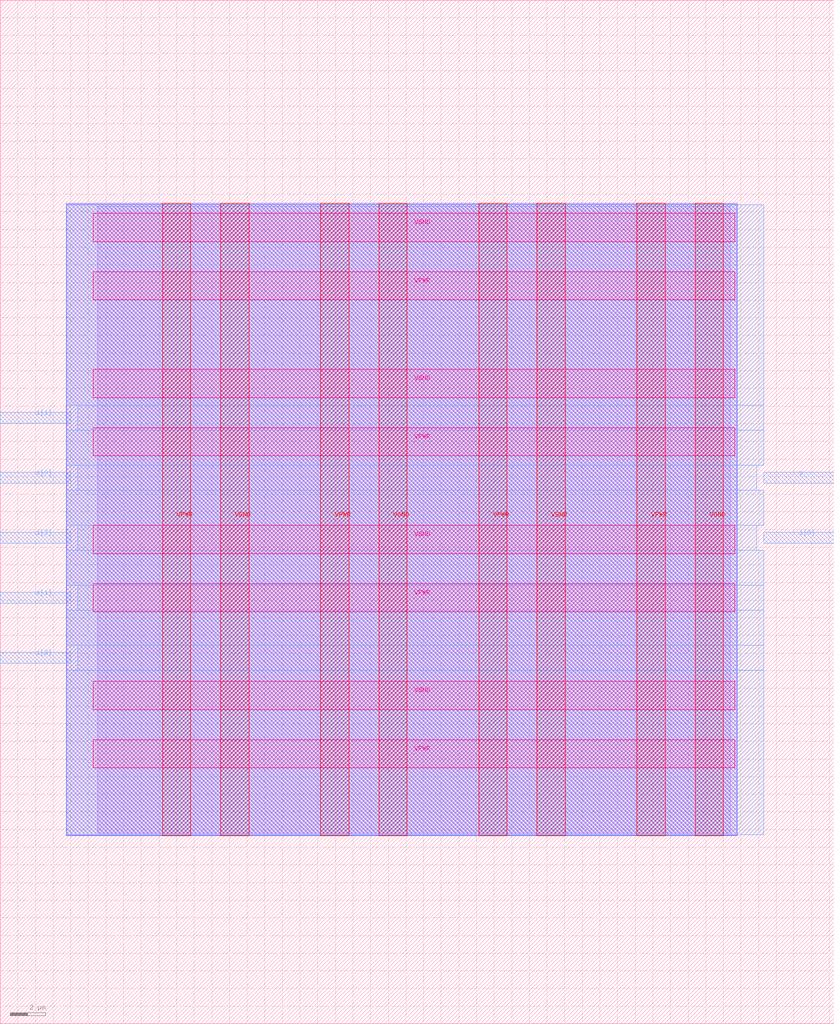
<source format=lef>
VERSION 5.7 ;
  NOWIREEXTENSIONATPIN ON ;
  DIVIDERCHAR "/" ;
  BUSBITCHARS "[]" ;
MACRO mux4x1
  CLASS BLOCK ;
  FOREIGN mux4x1 ;
  ORIGIN 0.000 0.000 ;
  SIZE 47.285 BY 58.005 ;
  PIN VGND
    DIRECTION INOUT ;
    USE GROUND ;
    PORT
      LAYER met4 ;
        RECT 12.500 10.640 14.100 46.480 ;
    END
    PORT
      LAYER met4 ;
        RECT 21.465 10.640 23.065 46.480 ;
    END
    PORT
      LAYER met4 ;
        RECT 30.430 10.640 32.030 46.480 ;
    END
    PORT
      LAYER met4 ;
        RECT 39.395 10.640 40.995 46.480 ;
    END
    PORT
      LAYER met5 ;
        RECT 5.280 17.800 41.640 19.400 ;
    END
    PORT
      LAYER met5 ;
        RECT 5.280 26.640 41.640 28.240 ;
    END
    PORT
      LAYER met5 ;
        RECT 5.280 35.480 41.640 37.080 ;
    END
    PORT
      LAYER met5 ;
        RECT 5.280 44.320 41.640 45.920 ;
    END
  END VGND
  PIN VPWR
    DIRECTION INOUT ;
    USE POWER ;
    PORT
      LAYER met4 ;
        RECT 9.200 10.640 10.800 46.480 ;
    END
    PORT
      LAYER met4 ;
        RECT 18.165 10.640 19.765 46.480 ;
    END
    PORT
      LAYER met4 ;
        RECT 27.130 10.640 28.730 46.480 ;
    END
    PORT
      LAYER met4 ;
        RECT 36.095 10.640 37.695 46.480 ;
    END
    PORT
      LAYER met5 ;
        RECT 5.280 14.500 41.640 16.100 ;
    END
    PORT
      LAYER met5 ;
        RECT 5.280 23.340 41.640 24.940 ;
    END
    PORT
      LAYER met5 ;
        RECT 5.280 32.180 41.640 33.780 ;
    END
    PORT
      LAYER met5 ;
        RECT 5.280 41.020 41.640 42.620 ;
    END
  END VPWR
  PIN i[0]
    DIRECTION INPUT ;
    USE SIGNAL ;
    ANTENNAGATEAREA 0.196500 ;
    PORT
      LAYER met3 ;
        RECT 43.285 27.240 47.285 27.840 ;
    END
  END i[0]
  PIN i[1]
    DIRECTION INPUT ;
    USE SIGNAL ;
    ANTENNAGATEAREA 0.196500 ;
    PORT
      LAYER met3 ;
        RECT 0.000 34.040 4.000 34.640 ;
    END
  END i[1]
  PIN i[2]
    DIRECTION INPUT ;
    USE SIGNAL ;
    ANTENNAGATEAREA 0.196500 ;
    PORT
      LAYER met3 ;
        RECT 0.000 20.440 4.000 21.040 ;
    END
  END i[2]
  PIN i[3]
    DIRECTION INPUT ;
    USE SIGNAL ;
    ANTENNAGATEAREA 0.196500 ;
    PORT
      LAYER met3 ;
        RECT 0.000 27.240 4.000 27.840 ;
    END
  END i[3]
  PIN s[0]
    DIRECTION INPUT ;
    USE SIGNAL ;
    ANTENNAGATEAREA 0.196500 ;
    PORT
      LAYER met3 ;
        RECT 0.000 30.640 4.000 31.240 ;
    END
  END s[0]
  PIN s[1]
    DIRECTION INPUT ;
    USE SIGNAL ;
    ANTENNAGATEAREA 0.196500 ;
    PORT
      LAYER met3 ;
        RECT 0.000 23.840 4.000 24.440 ;
    END
  END s[1]
  PIN y
    DIRECTION OUTPUT TRISTATE ;
    USE SIGNAL ;
    ANTENNADIFFAREA 0.445500 ;
    PORT
      LAYER met3 ;
        RECT 43.285 30.640 47.285 31.240 ;
    END
  END y
  OBS
      LAYER li1 ;
        RECT 5.520 10.795 41.400 46.325 ;
      LAYER met1 ;
        RECT 3.750 10.640 41.790 46.480 ;
      LAYER met2 ;
        RECT 3.770 10.695 41.770 46.425 ;
      LAYER met3 ;
        RECT 3.745 35.040 43.285 46.405 ;
        RECT 4.400 33.640 43.285 35.040 ;
        RECT 3.745 31.640 43.285 33.640 ;
        RECT 4.400 30.240 42.885 31.640 ;
        RECT 3.745 28.240 43.285 30.240 ;
        RECT 4.400 26.840 42.885 28.240 ;
        RECT 3.745 24.840 43.285 26.840 ;
        RECT 4.400 23.440 43.285 24.840 ;
        RECT 3.745 21.440 43.285 23.440 ;
        RECT 4.400 20.040 43.285 21.440 ;
        RECT 3.745 10.715 43.285 20.040 ;
  END
END mux4x1
END LIBRARY


</source>
